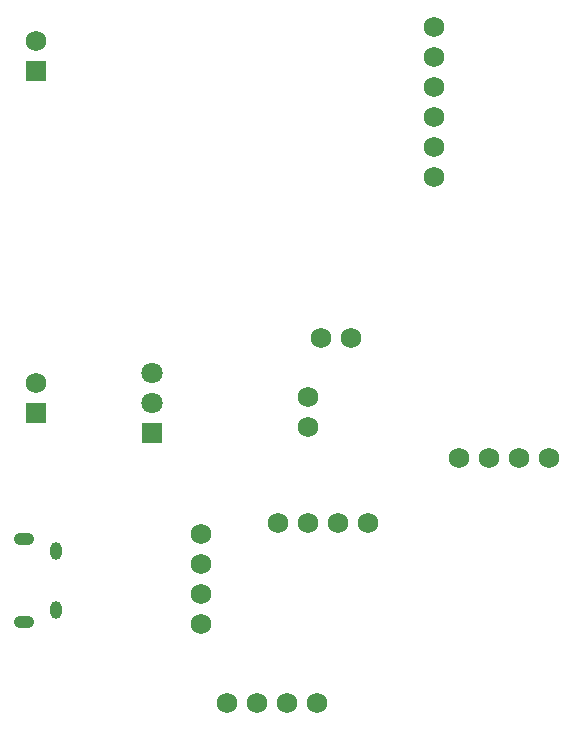
<source format=gbs>
G04*
G04 #@! TF.GenerationSoftware,Altium Limited,Altium Designer,22.9.1 (49)*
G04*
G04 Layer_Color=16711935*
%FSLAX44Y44*%
%MOMM*%
G71*
G04*
G04 #@! TF.SameCoordinates,0914E3C7-33D6-4C2E-B1A8-6EB065383EFC*
G04*
G04*
G04 #@! TF.FilePolarity,Negative*
G04*
G01*
G75*
%ADD124C,1.7272*%
%ADD125O,1.0160X1.5032*%
%ADD126O,1.7532X1.0160*%
%ADD127R,1.7272X1.7272*%
%ADD128C,1.8032*%
%ADD129R,1.8032X1.8032*%
D124*
X361950Y971550D02*
D03*
Y946150D02*
D03*
Y920750D02*
D03*
Y895350D02*
D03*
Y844550D02*
D03*
Y869950D02*
D03*
X25400Y960120D02*
D03*
X262636Y399034D02*
D03*
X237236D02*
D03*
X211836D02*
D03*
X186436D02*
D03*
X255016Y658368D02*
D03*
Y632968D02*
D03*
X164592Y542036D02*
D03*
Y516636D02*
D03*
Y491236D02*
D03*
Y465836D02*
D03*
X229800Y552054D02*
D03*
X255200D02*
D03*
X280600D02*
D03*
X306000D02*
D03*
X459740Y607060D02*
D03*
X434340D02*
D03*
X408940D02*
D03*
X383540D02*
D03*
X266700Y708660D02*
D03*
X292100D02*
D03*
X25400Y670560D02*
D03*
D125*
X41986Y528014D02*
D03*
Y478014D02*
D03*
D126*
X14986Y538014D02*
D03*
Y468014D02*
D03*
D127*
X25400Y934720D02*
D03*
Y645160D02*
D03*
D128*
X123308Y678560D02*
D03*
Y653160D02*
D03*
D129*
Y627760D02*
D03*
M02*

</source>
